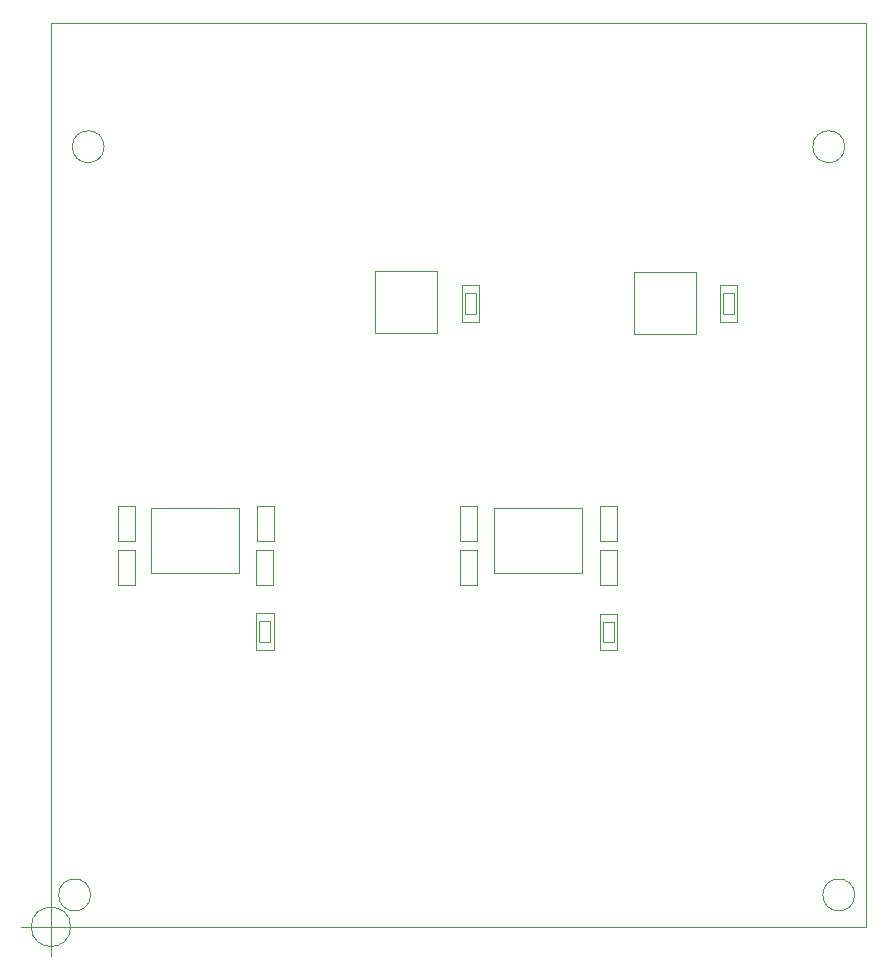
<source format=gbr>
G04 #@! TF.GenerationSoftware,KiCad,Pcbnew,(6.0.4-0)*
G04 #@! TF.CreationDate,2022-11-09T17:11:16+01:00*
G04 #@! TF.ProjectId,adapter_hybrid_assistor_hpc_2HDMI,61646170-7465-4725-9f68-79627269645f,rev?*
G04 #@! TF.SameCoordinates,Original*
G04 #@! TF.FileFunction,Other,User*
%FSLAX46Y46*%
G04 Gerber Fmt 4.6, Leading zero omitted, Abs format (unit mm)*
G04 Created by KiCad (PCBNEW (6.0.4-0)) date 2022-11-09 17:11:16*
%MOMM*%
%LPD*%
G01*
G04 APERTURE LIST*
G04 #@! TA.AperFunction,Profile*
%ADD10C,0.100000*%
G04 #@! TD*
G04 #@! TA.AperFunction,Profile*
%ADD11C,0.050000*%
G04 #@! TD*
%ADD12C,0.001000*%
%ADD13C,0.050000*%
G04 APERTURE END LIST*
D10*
X100000000Y-100000000D02*
X100000000Y-176500000D01*
X100000000Y-176500000D02*
X169000000Y-176500000D01*
X169000000Y-100000000D02*
X169000000Y-176500000D01*
X100000000Y-100000000D02*
X169000000Y-100000000D01*
D11*
X168050000Y-173800000D02*
G75*
G03*
X168050000Y-173800000I-1350000J0D01*
G01*
X103350000Y-173800000D02*
G75*
G03*
X103350000Y-173800000I-1350000J0D01*
G01*
X104500000Y-110450000D02*
G75*
G03*
X104500000Y-110450000I-1350000J0D01*
G01*
X167200000Y-110450000D02*
G75*
G03*
X167200000Y-110450000I-1350000J0D01*
G01*
X101666666Y-176500000D02*
G75*
G03*
X101666666Y-176500000I-1666666J0D01*
G01*
X97500000Y-176500000D02*
X102500000Y-176500000D01*
X100000000Y-174000000D02*
X100000000Y-179000000D01*
X101666666Y-176500000D02*
G75*
G03*
X101666666Y-176500000I-1666666J0D01*
G01*
X97500000Y-176500000D02*
X102500000Y-176500000D01*
X100000000Y-174000000D02*
X100000000Y-179000000D01*
X101666666Y-176500000D02*
G75*
G03*
X101666666Y-176500000I-1666666J0D01*
G01*
X97500000Y-176500000D02*
X102500000Y-176500000D01*
X100000000Y-174000000D02*
X100000000Y-179000000D01*
D12*
X146718000Y-152424000D02*
X146718000Y-150674000D01*
X146718000Y-150674000D02*
X147668000Y-150674000D01*
D13*
X146443000Y-149999000D02*
X147943000Y-149999000D01*
X146443000Y-153099000D02*
X146443000Y-149999000D01*
X147943000Y-149999000D02*
X147943000Y-153099000D01*
X147943000Y-153099000D02*
X146443000Y-153099000D01*
D12*
X147668000Y-152424000D02*
X146718000Y-152424000D01*
X147668000Y-150674000D02*
X147668000Y-152424000D01*
X118585000Y-152386000D02*
X117635000Y-152386000D01*
X117635000Y-150636000D02*
X118585000Y-150636000D01*
D13*
X118860000Y-153061000D02*
X117360000Y-153061000D01*
X117360000Y-149961000D02*
X118860000Y-149961000D01*
X118860000Y-149961000D02*
X118860000Y-153061000D01*
D12*
X118585000Y-150636000D02*
X118585000Y-152386000D01*
D13*
X117360000Y-153061000D02*
X117360000Y-149961000D01*
D12*
X117635000Y-152386000D02*
X117635000Y-150636000D01*
D13*
X156603000Y-125286000D02*
X156603000Y-122186000D01*
X158103000Y-125286000D02*
X156603000Y-125286000D01*
D12*
X157828000Y-124611000D02*
X156878000Y-124611000D01*
X156878000Y-122861000D02*
X157828000Y-122861000D01*
D13*
X158103000Y-122186000D02*
X158103000Y-125286000D01*
X156603000Y-122186000D02*
X158103000Y-122186000D01*
D12*
X156878000Y-124611000D02*
X156878000Y-122861000D01*
X157828000Y-122861000D02*
X157828000Y-124611000D01*
D13*
X146463000Y-140861500D02*
X146463000Y-143821500D01*
X147923000Y-140861500D02*
X146463000Y-140861500D01*
X146463000Y-143821500D02*
X147923000Y-143821500D01*
X147923000Y-143821500D02*
X147923000Y-140861500D01*
X134652000Y-144570000D02*
X134652000Y-147530000D01*
X136112000Y-147530000D02*
X136112000Y-144570000D01*
X134652000Y-147530000D02*
X136112000Y-147530000D01*
X136112000Y-144570000D02*
X134652000Y-144570000D01*
X105670500Y-143821500D02*
X107130500Y-143821500D01*
X107130500Y-143821500D02*
X107130500Y-140861500D01*
X105670500Y-140861500D02*
X105670500Y-143821500D01*
X107130500Y-140861500D02*
X105670500Y-140861500D01*
X118865500Y-140861500D02*
X117405500Y-140861500D01*
X117405500Y-143821500D02*
X118865500Y-143821500D01*
X118865500Y-143821500D02*
X118865500Y-140861500D01*
X117405500Y-140861500D02*
X117405500Y-143821500D01*
X107156000Y-147530000D02*
X107156000Y-144570000D01*
X107156000Y-144570000D02*
X105696000Y-144570000D01*
X105696000Y-144570000D02*
X105696000Y-147530000D01*
X105696000Y-147530000D02*
X107156000Y-147530000D01*
X117380000Y-147530000D02*
X118840000Y-147530000D01*
X117380000Y-144570000D02*
X117380000Y-147530000D01*
X118840000Y-147530000D02*
X118840000Y-144570000D01*
X118840000Y-144570000D02*
X117380000Y-144570000D01*
X137543000Y-146514000D02*
X144993000Y-146514000D01*
X144993000Y-146514000D02*
X144993000Y-141014000D01*
X137543000Y-141014000D02*
X137543000Y-146514000D01*
X144993000Y-141014000D02*
X137543000Y-141014000D01*
X149394000Y-126323000D02*
X154644000Y-126323000D01*
X154644000Y-121073000D02*
X149394000Y-121073000D01*
X154644000Y-126323000D02*
X154644000Y-121073000D01*
X149394000Y-121073000D02*
X149394000Y-126323000D01*
X132673000Y-120946000D02*
X127423000Y-120946000D01*
X132673000Y-126196000D02*
X132673000Y-120946000D01*
X127423000Y-120946000D02*
X127423000Y-126196000D01*
X127423000Y-126196000D02*
X132673000Y-126196000D01*
X108499000Y-146514000D02*
X115949000Y-146514000D01*
X115949000Y-146514000D02*
X115949000Y-141014000D01*
X108499000Y-141014000D02*
X108499000Y-146514000D01*
X115949000Y-141014000D02*
X108499000Y-141014000D01*
X136112000Y-140861500D02*
X134652000Y-140861500D01*
X134652000Y-143821500D02*
X136112000Y-143821500D01*
X134652000Y-140861500D02*
X134652000Y-143821500D01*
X136112000Y-143821500D02*
X136112000Y-140861500D01*
D12*
X135034000Y-122861000D02*
X135984000Y-122861000D01*
X135034000Y-124611000D02*
X135034000Y-122861000D01*
D13*
X136259000Y-125286000D02*
X134759000Y-125286000D01*
X134759000Y-122186000D02*
X136259000Y-122186000D01*
D12*
X135984000Y-122861000D02*
X135984000Y-124611000D01*
X135984000Y-124611000D02*
X135034000Y-124611000D01*
D13*
X136259000Y-122186000D02*
X136259000Y-125286000D01*
X134759000Y-125286000D02*
X134759000Y-122186000D01*
X147923000Y-144570000D02*
X146463000Y-144570000D01*
X146463000Y-144570000D02*
X146463000Y-147530000D01*
X146463000Y-147530000D02*
X147923000Y-147530000D01*
X147923000Y-147530000D02*
X147923000Y-144570000D01*
M02*

</source>
